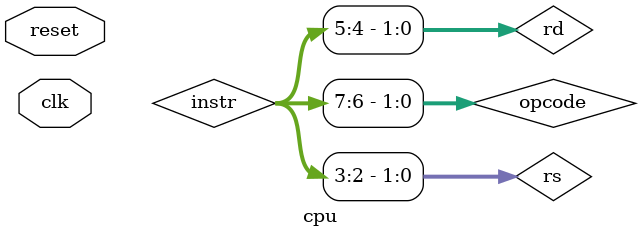
<source format=v>
`timescale 1ns / 1ps

module cpu(input clk, input reset);

reg [7:0] pc;
wire [7:0] instr;

wire [1:0] opcode   = instr[7:6];
wire [1:0] rd       = instr[5:4];
wire [1:0] rs       = instr[3:2];
wire [1:0] func     = instr[1:0];

wire [7:0] reg_rd, reg_rs;
wire [7:0] alu_out;
wire zf;

reg reg_write;
reg mem_write;
reg [7:0] write_data;
reg [1:0] alu_sel;

wire [7:0] mem_out;

progmem PM(pc, instr);
regfile RF(clk, reg_write, rd, rs, write_data, reg_rd, reg_rs);
alu ALU(reg_rd, reg_rs, alu_sel, alu_out, zf);
datamem DM(clk, mem_write, reg_rs, reg_rd, mem_out);

always @(posedge clk or posedge reset) begin
    if(reset)
        pc <= 0;
    else begin
        case(opcode)

        2'b00: begin // ALU
            alu_sel   <= func;
            write_data <= alu_out;
            reg_write <= 1;
            pc <= pc + 1;
        end

        2'b01: begin // LOAD / STORE
            if(func == 2'b00) begin
                write_data <= mem_out;
                reg_write <= 1;
            end else begin
                mem_write <= 1;
            end
            pc <= pc + 1;
        end

        2'b10: begin // IMMEDIATE
            write_data <= {6'b000000, func};
            reg_write <= 1;
            pc <= pc + 1;
        end

        2'b11: begin // JUMPS
            if(func == 2'b00)
                pc <= reg_rd;
            else if(func == 2'b01 && zf)
                pc <= reg_rd;
            else
                pc <= pc + 1;
        end

        endcase
    end
end

endmodule


</source>
